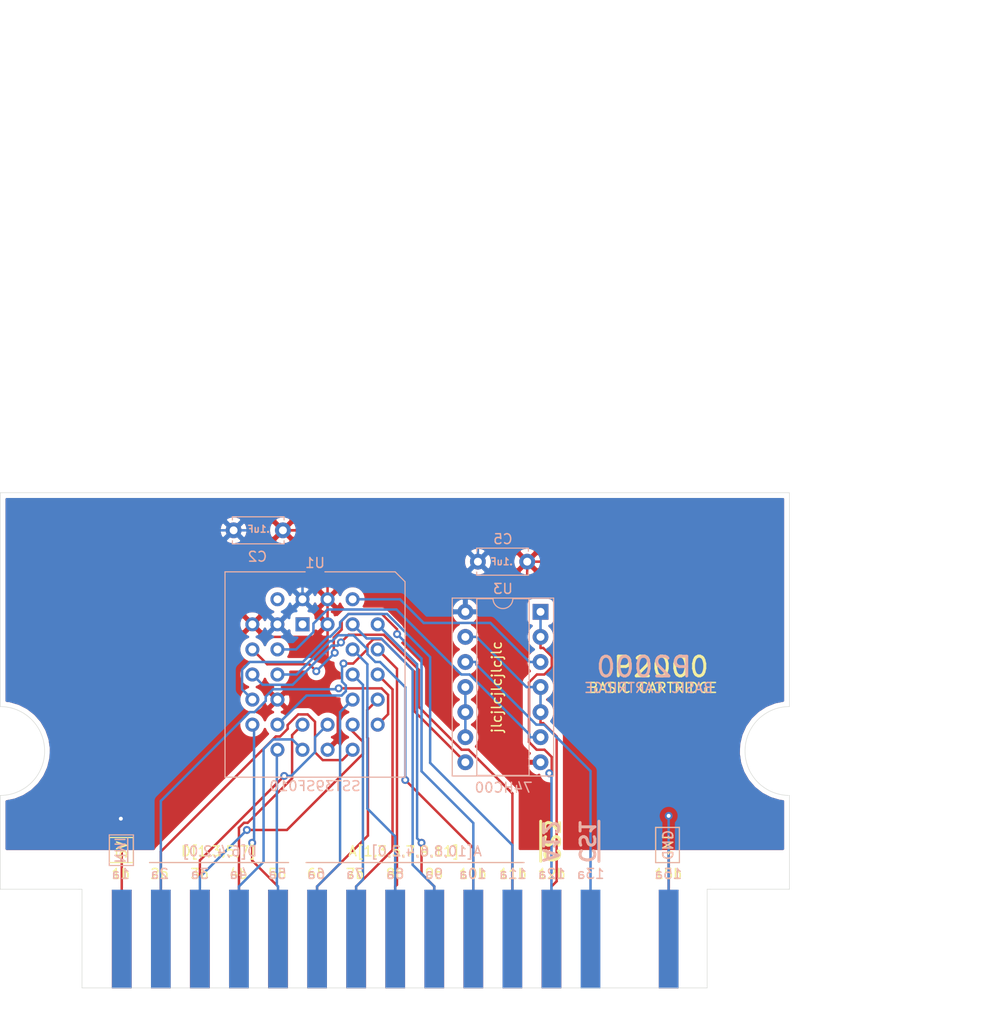
<source format=kicad_pcb>
(kicad_pcb (version 20211014) (generator pcbnew)
  (layers (0 "F.Cu" signal) (31 "B.Cu" signal) (34 "B.Paste" user) (35 "F.Paste" user) (36 "B.SilkS" user "B.Silkscreen") (37 "F.SilkS" user "F.Silkscreen") (38 "B.Mask" user) (39 "F.Mask" user) (44 "Edge.Cuts" user))
  (net 0 "")
  (net 1 "GND")
  (net 2 "+5V")
  (net 3 "D1")
  (net 4 "D3")
  (net 5 "D5")
  (net 6 "D7")
  (net 7 "A1")
  (net 8 "A3")
  (net 9 "A5")
  (net 10 "A7")
  (net 11 "A9")
  (net 12 "A11")
  (net 13 "A12")
  (net 14 "A10")
  (net 15 "A8")
  (net 16 "A6")
  (net 17 "A4")
  (net 18 "A2")
  (net 19 "A0")
  (net 20 "D6")
  (net 21 "D4")
  (net 22 "D2")
  (net 23 "D0")
  (net 24 "~{CARSEL1}")
  (net 25 "~{CARSEL2}")
  (net 26 "A12C")
  (net 27 "A13")
  (net 28 "~{CS}")
  (net 29 "~{NMI}")
  (net 30 "Net-(U3-Pad10)")
  (footprint "Package_DIP:DIP-14_W7.62mm_Socket" (layer "B.Cu") (at 97.917 106.045 180)
    (fp_text reference "U3" (at 3.81 2.33 180) (layer "B.SilkS") (effects (justify mirror)))
    (fp_text value "74HC00" (at 3.738 -17.808) (layer "B.SilkS") (effects (justify mirror)))
    (fp_line (start 1.16 1.33) (end 1.16 -16.57) (layer "B.SilkS") (width 0.12))
    (fp_line (start 1.16 -16.57) (end 6.46 -16.57) (layer "B.SilkS") (width 0.12))
    (fp_line (start -1.33 1.39) (end -1.33 -16.63) (layer "B.SilkS") (width 0.12))
    (fp_line (start -1.33 -16.63) (end 8.95 -16.63) (layer "B.SilkS") (width 0.12))
    (fp_line (start 8.95 -16.63) (end 8.95 1.39) (layer "B.SilkS") (width 0.12))
    (fp_line (start 6.46 1.33) (end 4.81 1.33) (layer "B.SilkS") (width 0.12))
    (fp_line (start 2.81 1.33) (end 1.16 1.33) (layer "B.SilkS") (width 0.12))
    (fp_line (start 6.46 -16.57) (end 6.46 1.33) (layer "B.SilkS") (width 0.12))
    (fp_line (start 8.95 1.39) (end -1.33 1.39) (layer "B.SilkS") (width 0.12))
    (fp_arc (start 2.81 1.33) (mid 3.81 0.33) (end 4.81 1.33) (layer "B.SilkS") (width 0.12))
    (pad "1" thru_hole rect locked (at 0 0 180) (size 1.6 1.6) (drill 0.8) (layers *.Cu *.Mask) (net 26 "A12C"))
    (pad "2" thru_hole oval locked (at 0 -2.54 180) (size 1.6 1.6) (drill 0.8) (layers *.Cu *.Mask) (net 26 "A12C"))
    (pad "3" thru_hole oval locked (at 0 -5.08 180) (size 1.6 1.6) (drill 0.8) (layers *.Cu *.Mask) (net 13 "A12"))
    (pad "4" thru_hole oval locked (at 0 -7.62 180) (size 1.6 1.6) (drill 0.8) (layers *.Cu *.Mask) (net 25 "~{CARSEL2}"))
    (pad "5" thru_hole oval locked (at 0 -10.16 180) (size 1.6 1.6) (drill 0.8) (layers *.Cu *.Mask) (net 25 "~{CARSEL2}"))
    (pad "6" thru_hole oval locked (at 0 -12.7 180) (size 1.6 1.6) (drill 0.8) (layers *.Cu *.Mask) (net 27 "A13"))
    (pad "7" thru_hole oval locked (at 0 -15.24 180) (size 1.6 1.6) (drill 0.8) (layers *.Cu *.Mask) (net 1 "GND"))
    (pad "8" thru_hole oval locked (at 7.62 -15.24 180) (size 1.6 1.6) (drill 0.8) (layers *.Cu *.Mask) (net 28 "~{CS}"))
    (pad "9" thru_hole oval locked (at 7.62 -12.7 180) (size 1.6 1.6) (drill 0.8) (layers *.Cu *.Mask) (net 30 "Net-(U3-Pad10)"))
    (pad "10" thru_hole oval locked (at 7.62 -10.16 180) (size 1.6 1.6) (drill 0.8) (layers *.Cu *.Mask) (net 30 "Net-(U3-Pad10)"))
    (pad "11" thru_hole oval locked (at 7.62 -7.62 180) (size 1.6 1.6) (drill 0.8) (layers *.Cu *.Mask) (net 30 "Net-(U3-Pad10)"))
    (pad "12" thru_hole oval locked (at 7.62 -5.08 180) (size 1.6 1.6) (drill 0.8) (layers *.Cu *.Mask) (net 24 "~{CARSEL1}"))
    (pad "13" thru_hole oval locked (at 7.62 -2.54 180) (size 1.6 1.6) (drill 0.8) (layers *.Cu *.Mask) (net 25 "~{CARSEL2}"))
    (pad "14" thru_hole oval locked (at 7.62 0 180) (size 1.6 1.6) (drill 0.8) (layers *.Cu *.Mask) (net 2 "+5V"))
  )
  (footprint "Capacitor_THT:C_Disc_D5.0mm_W2.5mm_P5.00mm" (layer "B.Cu") (at 91.567 100.965)
    (fp_text reference "C5" (at 2.54 -2.286 180) (layer "B.SilkS") (effects (justify mirror)))
    (fp_text value ".1uF" (at 2.413 0) (layer "B.SilkS") (effects (font (size 0.7 0.7)) (justify mirror)))
    (fp_line (start -0.12 1.37) (end 5.12 1.37) (layer "B.SilkS") (width 0.12))
    (fp_line (start 5.12 1.37) (end 5.12 1.055) (layer "B.SilkS") (width 0.12))
    (fp_line (start 5.12 -1.055) (end 5.12 -1.37) (layer "B.SilkS") (width 0.12))
    (fp_line (start -0.12 1.37) (end -0.12 1.055) (layer "B.SilkS") (width 0.12))
    (fp_line (start -0.12 -1.055) (end -0.12 -1.37) (layer "B.SilkS") (width 0.12))
    (fp_line (start -0.12 -1.37) (end 5.12 -1.37) (layer "B.SilkS") (width 0.12))
    (pad "1" thru_hole circle locked (at 0 0) (size 1.6 1.6) (drill 0.8) (layers *.Cu *.Mask) (net 2 "+5V"))
    (pad "2" thru_hole circle locked (at 5 0) (size 1.6 1.6) (drill 0.8) (layers *.Cu *.Mask) (net 1 "GND"))
  )
  (footprint "Capacitor_THT:C_Disc_D5.0mm_W2.5mm_P5.00mm" (layer "B.Cu") (at 66.802 97.79)
    (fp_text reference "C2" (at 2.413 2.667 180) (layer "B.SilkS") (effects (justify mirror)))
    (fp_text value ".1uF" (at 2.54 -0.127) (layer "B.SilkS") (effects (font (size 0.7 0.7)) (justify mirror)))
    (fp_line (start -0.12 -1.37) (end 5.12 -1.37) (layer "B.SilkS") (width 0.12))
    (fp_line (start -0.12 1.37) (end 5.12 1.37) (layer "B.SilkS") (width 0.12))
    (fp_line (start 5.12 1.37) (end 5.12 1.055) (layer "B.SilkS") (width 0.12))
    (fp_line (start 5.12 -1.055) (end 5.12 -1.37) (layer "B.SilkS") (width 0.12))
    (fp_line (start -0.12 -1.055) (end -0.12 -1.37) (layer "B.SilkS") (width 0.12))
    (fp_line (start -0.12 1.37) (end -0.12 1.055) (layer "B.SilkS") (width 0.12))
    (pad "1" thru_hole circle locked (at 0 0) (size 1.6 1.6) (drill 0.8) (layers *.Cu *.Mask) (net 2 "+5V"))
    (pad "2" thru_hole circle locked (at 5 0) (size 1.6 1.6) (drill 0.8) (layers *.Cu *.Mask) (net 1 "GND"))
  )
  (footprint "p2000t_cartridge:p2000t_cartridge_edge" (layer "B.Cu") (at 83.185 139.192)
    (fp_text reference "J1")
    (fp_text value "P2000T_cartridge_edge")
    (pad "1a" smd rect locked (at -27.72 0) (size 2 10) (layers "B.Cu" "B.Paste" "B.Mask") (net 29 "~{NMI}"))
    (pad "1b" smd rect locked (at -27.72 0) (size 2 10) (layers "F.Cu" "F.Paste" "F.Mask") (net 2 "+5V"))
    (pad "2a" smd rect locked (at -23.76 0) (size 2 10) (layers "B.Cu" "B.Paste" "B.Mask") (net 23 "D0"))
    (pad "2b" smd rect locked (at -23.76 0) (size 2 10) (layers "F.Cu" "F.Paste" "F.Mask") (net 3 "D1"))
    (pad "3a" smd rect locked (at -19.8 0) (size 2 10) (layers "B.Cu" "B.Paste" "B.Mask") (net 22 "D2"))
    (pad "3b" smd rect locked (at -19.8 0) (size 2 10) (layers "F.Cu" "F.Paste" "F.Mask") (net 4 "D3"))
    (pad "4a" smd rect locked (at -15.84 0) (size 2 10) (layers "B.Cu" "B.Paste" "B.Mask") (net 21 "D4"))
    (pad "4b" smd rect locked (at -15.84 0) (size 2 10) (layers "F.Cu" "F.Paste" "F.Mask") (net 5 "D5"))
    (pad "5a" smd rect locked (at -11.88 0) (size 2 10) (layers "B.Cu" "B.Paste" "B.Mask") (net 20 "D6"))
    (pad "5b" smd rect locked (at -11.88 0) (size 2 10) (layers "F.Cu" "F.Paste" "F.Mask") (net 6 "D7"))
    (pad "6a" smd rect locked (at -7.92 0) (size 2 10) (layers "B.Cu" "B.Paste" "B.Mask") (net 19 "A0"))
    (pad "6b" smd rect locked (at -7.92 0) (size 2 10) (layers "F.Cu" "F.Paste" "F.Mask") (net 7 "A1"))
    (pad "7a" smd rect locked (at -3.96 0) (size 2 10) (layers "B.Cu" "B.Paste" "B.Mask") (net 18 "A2"))
    (pad "7b" smd rect locked (at -3.96 0) (size 2 10) (layers "F.Cu" "F.Paste" "F.Mask") (net 8 "A3"))
    (pad "8a" smd rect locked (at 0 0) (size 2 10) (layers "B.Cu" "B.Paste" "B.Mask") (net 17 "A4"))
    (pad "8b" smd rect locked (at 0 0) (size 2 10) (layers "F.Cu" "F.Paste" "F.Mask") (net 9 "A5"))
    (pad "9a" smd rect locked (at 3.96 0) (size 2 10) (layers "B.Cu" "B.Paste" "B.Mask") (net 16 "A6"))
    (pad "9b" smd rect locked (at 3.96 0) (size 2 10) (layers "F.Cu" "F.Paste" "F.Mask") (net 10 "A7"))
    (pad "10a" smd rect locked (at 7.92 0) (size 2 10) (layers "B.Cu" "B.Paste" "B.Mask") (net 15 "A8"))
    (pad "10b" smd rect locked (at 7.92 0) (size 2 10) (layers "F.Cu" "F.Paste" "F.Mask") (net 11 "A9"))
    (pad "11a" smd rect locked (at 11.88 0) (size 2 10) (layers "B.Cu" "B.Paste" "B.Mask") (net 14 "A10"))
    (pad "11b" smd rect locked (at 11.88 0) (size 2 10) (layers "F.Cu" "F.Paste" "F.Mask") (net 12 "A11"))
    (pad "12a" smd rect locked (at 15.84 0) (size 2 10) (layers "B.Cu" "B.Paste" "B.Mask") (net 26 "A12C"))
    (pad "12b" smd rect locked (at 15.84 0) (size 2 10) (layers "F.Cu" "F.Paste" "F.Mask") (net 25 "~{CARSEL2}"))
    (pad "13a" smd rect locked (at 19.8 0) (size 2 10) (layers "B.Cu" "B.Paste" "B.Mask") (net 24 "~{CARSEL1}"))
    (pad "15a" smd rect locked (at 27.72 0) (size 2 10) (layers "B.Cu" "B.Paste" "B.Mask") (net 1 "GND"))
    (pad "15b" smd rect locked (at 27.72 0) (size 2 10) (layers "F.Cu" "F.Paste" "F.Mask") (net 1 "GND"))
  )
  (footprint "Package_LCC:PLCC-32_THT-Socket" (layer "B.Cu") (at 73.787 107.315 180)
    (fp_text reference "U1" (at -1.27 6.22) (layer "B.SilkS") (effects (justify mirror)))
    (fp_text value "SST39SF010" (at -1.27 -16.38) (layer "B.SilkS") (effects (justify mirror)))
    (fp_line (start -2.27 5.32) (end -9.395 5.32) (layer "B.SilkS") (width 0.12))
    (fp_line (start -10.395 -15.48) (end 7.855 -15.48) (layer "B.SilkS") (width 0.12))
    (fp_line (start 7.855 -15.48) (end 7.855 5.32) (layer "B.SilkS") (width 0.12))
    (fp_line (start -10.395 4.32) (end -10.395 -15.48) (layer "B.SilkS") (width 0.12))
    (fp_line (start 7.855 5.32) (end -0.27 5.32) (layer "B.SilkS") (width 0.12))
    (fp_line (start -9.395 5.32) (end -10.395 4.32) (layer "B.SilkS") (width 0.12))
    (pad "1" thru_hole rect locked (at 0 0 180) (size 1.4224 1.4224) (drill 0.8) (layers *.Cu *.Mask))
    (pad "2" thru_hole circle locked (at -2.54 2.54 180) (size 1.4224 1.4224) (drill 0.8) (layers *.Cu *.Mask) (net 1 "GND"))
    (pad "3" thru_hole circle locked (at -2.54 0 180) (size 1.4224 1.4224) (drill 0.8) (layers *.Cu *.Mask) (net 1 "GND"))
    (pad "4" thru_hole circle locked (at -5.08 2.54 180) (size 1.4224 1.4224) (drill 0.8) (layers *.Cu *.Mask) (net 13 "A12"))
    (pad "5" thru_hole circle locked (at -7.62 0 180) (size 1.4224 1.4224) (drill 0.8) (layers *.Cu *.Mask) (net 10 "A7"))
    (pad "6" thru_hole circle locked (at -5.08 0 180) (size 1.4224 1.4224) (drill 0.8) (layers *.Cu *.Mask) (net 16 "A6"))
    (pad "7" thru_hole circle locked (at -7.62 -2.54 180) (size 1.4224 1.4224) (drill 0.8) (layers *.Cu *.Mask) (net 9 "A5"))
    (pad "8" thru_hole circle locked (at -5.08 -2.54 180) (size 1.4224 1.4224) (drill 0.8) (layers *.Cu *.Mask) (net 17 "A4"))
    (pad "9" thru_hole circle locked (at -7.62 -5.08 180) (size 1.4224 1.4224) (drill 0.8) (layers *.Cu *.Mask) (net 8 "A3"))
    (pad "10" thru_hole circle locked (at -5.08 -5.08 180) (size 1.4224 1.4224) (drill 0.8) (layers *.Cu *.Mask) (net 18 "A2"))
    (pad "11" thru_hole circle locked (at -7.62 -7.62 180) (size 1.4224 1.4224) (drill 0.8) (layers *.Cu *.Mask) (net 7 "A1"))
    (pad "12" thru_hole circle locked (at -5.08 -7.62 180) (size 1.4224 1.4224) (drill 0.8) (layers *.Cu *.Mask) (net 19 "A0"))
    (pad "13" thru_hole circle locked (at -7.62 -10.16 180) (size 1.4224 1.4224) (drill 0.8) (layers *.Cu *.Mask) (net 23 "D0"))
    (pad "14" thru_hole circle locked (at -5.08 -12.7 180) (size 1.4224 1.4224) (drill 0.8) (layers *.Cu *.Mask) (net 3 "D1"))
    (pad "15" thru_hole circle locked (at -5.08 -10.16 180) (size 1.4224 1.4224) (drill 0.8) (layers *.Cu *.Mask) (net 22 "D2"))
    (pad "16" thru_hole circle locked (at -2.54 -12.7 180) (size 1.4224 1.4224) (drill 0.8) (layers *.Cu *.Mask) (net 1 "GND"))
    (pad "17" thru_hole circle locked (at -2.54 -10.16 180) (size 1.4224 1.4224) (drill 0.8) (layers *.Cu *.Mask) (net 4 "D3"))
    (pad "18" thru_hole circle locked (at 0 -12.7 180) (size 1.4224 1.4224) (drill 0.8) (layers *.Cu *.Mask) (net 21 "D4"))
    (pad "19" thru_hole circle locked (at 0 -10.16 180) (size 1.4224 1.4224) (drill 0.8) (layers *.Cu *.Mask) (net 5 "D5"))
    (pad "20" thru_hole circle locked (at 2.54 -12.7 180) (size 1.4224 1.4224) (drill 0.8) (layers *.Cu *.Mask) (net 20 "D6"))
    (pad "21" thru_hole circle locked (at 5.08 -10.16 180) (size 1.4224 1.4224) (drill 0.8) (layers *.Cu *.Mask) (net 6 "D7"))
    (pad "22" thru_hole circle locked (at 2.54 -10.16 180) (size 1.4224 1.4224) (drill 0.8) (layers *.Cu *.Mask) (net 28 "~{CS}"))
    (pad "23" thru_hole circle locked (at 5.08 -7.62 180) (size 1.4224 1.4224) (drill 0.8) (layers *.Cu *.Mask) (net 14 "A10"))
    (pad "24" thru_hole circle locked (at 2.54 -7.62 180) (size 1.4224 1.4224) (drill 0.8) (layers *.Cu *.Mask) (net 1 "GND"))
    (pad "25" thru_hole circle locked (at 5.08 -5.08 180) (size 1.4224 1.4224) (drill 0.8) (layers *.Cu *.Mask) (net 12 "A11"))
    (pad "26" thru_hole circle locked (at 2.54 -5.08 180) (size 1.4224 1.4224) (drill 0.8) (layers *.Cu *.Mask) (net 11 "A9"))
    (pad "27" thru_hole circle locked (at 5.08 -2.54 180) (size 1.4224 1.4224) (drill 0.8) (layers *.Cu *.Mask) (net 15 "A8"))
    (pad "28" thru_hole circle locked (at 2.54 -2.54 180) (size 1.4224 1.4224) (drill 0.8) (layers *.Cu *.Mask) (net 27 "A13"))
    (pad "29" thru_hole circle locked (at 5.08 0 180) (size 1.4224 1.4224) (drill 0.8) (layers *.Cu *.Mask) (net 1 "GND"))
    (pad "30" thru_hole circle locked (at 2.54 2.54 180) (size 1.4224 1.4224) (drill 0.8) (layers *.Cu *.Mask))
    (pad "31" thru_hole circle locked (at 2.54 0 180) (size 1.4224 1.4224) (drill 0.8) (layers *.Cu *.Mask) (net 2 "+5V"))
    (pad "32" thru_hole circle locked (at 0 2.54 180) (size 1.4224 1.4224) (drill 0.8) (layers *.Cu *.Mask) (net 2 "+5V"))
  )
  (gr_line (start 96.251 131.445) (end 74.153 131.445) (layer "B.SilkS") (width 0.12))
  (gr_line (start 72.375 131.445) (end 58.278 131.445) (layer "B.SilkS") (width 0.12))
  (gr_line (start 54.197 131.745) (end 54.197 128.645) (layer "B.SilkS") (width 0.12))
  (gr_line (start 111.999 131.451) (end 109.586 131.451) (layer "B.SilkS") (width 0.12))
  (gr_line (start 111.999 127.895) (end 111.999 131.451) (layer "B.SilkS") (width 0.12))
  (gr_line (start 109.586 127.895) (end 111.999 127.895) (layer "B.SilkS") (width 0.12))
  (gr_line (start 109.586 131.451) (end 109.586 127.895) (layer "B.SilkS") (width 0.12))
  (gr_line (start 56.647 131.745) (end 54.197 131.745) (layer "B.SilkS") (width 0.12))
  (gr_line (start 54.197 128.645) (end 56.647 128.645) (layer "B.SilkS") (width 0.12))
  (gr_line (start 56.647 128.645) (end 56.647 131.745) (layer "B.SilkS") (width 0.12))
  (gr_line (start 54.214 128.905) (end 54.214 131.445) (layer "F.SilkS") (width 0.12))
  (gr_line (start 109.586 131.445) (end 111.999 131.445) (layer "F.SilkS") (width 0.12))
  (gr_line (start 109.586 127.889) (end 109.586 131.445) (layer "F.SilkS") (width 0.12))
  (gr_line (start 111.999 127.889) (end 109.586 127.889) (layer "F.SilkS") (width 0.12))
  (gr_line (start 111.999 131.445) (end 111.999 127.889) (layer "F.SilkS") (width 0.12))
  (gr_line (start 56.627 128.905) (end 54.214 128.905) (layer "F.SilkS") (width 0.12))
  (gr_line (start 58.278 131.445) (end 72.375 131.445) (layer "F.SilkS") (width 0.12))
  (gr_line (start 74.153 131.445) (end 96.251 131.445) (layer "F.SilkS") (width 0.12))
  (gr_line (start 54.214 131.445) (end 56.627 131.445) (layer "F.SilkS") (width 0.12))
  (gr_line (start 56.627 131.445) (end 56.627 128.905) (layer "F.SilkS") (width 0.12))
  (gr_line (start 43.147 109.145) (end 43.147 113.645) (layer "Edge.Cuts") (width 0.05))
  (gr_arc (start 43.147 115.645) (mid 47.647 120.145) (end 43.147 124.645) (layer "Edge.Cuts") (width 0.05))
  (gr_line (start 43.147 114.145) (end 43.147 113.645) (layer "Edge.Cuts") (width 0.05))
  (gr_line (start 43.147 127.145) (end 43.147 124.645) (layer "Edge.Cuts") (width 0.05))
  (gr_line (start 43.147 115.645) (end 43.147 114.145) (layer "Edge.Cuts") (width 0.05))
  (gr_arc (start 123.147 124.645) (mid 118.647 120.145) (end 123.147 115.645) (layer "Edge.Cuts") (width 0.05))
  (gr_line (start 123.147 127.145) (end 123.147 124.645) (layer "Edge.Cuts") (width 0.05))
  (gr_line (start 123.147 134.145) (end 123.147 127.145) (layer "Edge.Cuts") (width 0.05))
  (gr_line (start 43.147 134.145) (end 43.147 127.145) (layer "Edge.Cuts") (width 0.05))
  (gr_line (start 123.147 115.645) (end 123.147 110.045) (layer "Edge.Cuts") (width 0.05))
  (gr_line (start 114.808 134.145) (end 115.147 134.145) (layer "Edge.Cuts") (width 0.05))
  (gr_line (start 114.808 144.145) (end 51.435 144.145) (layer "Edge.Cuts") (width 0.05))
  (gr_line (start 51.147 134.145) (end 51.435 134.145) (layer "Edge.Cuts") (width 0.05))
  (gr_line (start 123.147 93.98) (end 43.147 93.98) (layer "Edge.Cuts") (width 0.05))
  (gr_line (start 43.147 109.145) (end 43.147 93.98) (layer "Edge.Cuts") (width 0.05))
  (gr_line (start 51.435 144.145) (end 51.435 134.145) (layer "Edge.Cuts") (width 0.05))
  (gr_line (start 123.147 110.045) (end 123.147 100.457) (layer "Edge.Cuts") (width 0.05))
  (gr_line (start 51.147 134.145) (end 43.147 134.145) (layer "Edge.Cuts") (width 0.05))
  (gr_line (start 115.147 134.145) (end 123.147 134.145) (layer "Edge.Cuts") (width 0.05))
  (gr_line (start 123.147 100.457) (end 123.147 93.98) (layer "Edge.Cuts") (width 0.05))
  (gr_line (start 114.808 144.145) (end 114.808 134.145) (layer "Edge.Cuts") (width 0.05))
  (gr_text "15a" (at 110.856 132.588) (layer "B.SilkS") (effects (font (size 1 1)) (justify mirror)))
  (gr_text "~{CS1}" (at 102.601 129.286 -90) (layer "B.SilkS") (effects (font (size 1.5 1.5) (thickness 0.3)) (justify mirror)))
  (gr_text "A12" (at 98.918 129.286 -90) (layer "B.SilkS") (effects (font (size 1.5 1.5) (thickness 0.3)) (justify mirror)))
  (gr_text "A[10,8,6,4,2,0]" (at 86.345 130.302) (layer "B.SilkS") (effects (font (size 1 1)) (justify mirror)))
  (gr_text "D[6,4,2,0]" (at 65.39 130.302) (layer "B.SilkS") (effects (font (size 1 1)) (justify mirror)))
  (gr_text "1a" (at 55.344 132.588) (layer "B.SilkS") (effects (font (size 1 1)) (justify mirror)))
  (gr_text "~{NMI}" (at 55.247 130.195 270) (layer "B.SilkS") (effects (font (size 1 1)) (justify mirror)))
  (gr_text "GND" (at 110.856 129.673 90) (layer "B.SilkS") (effects (font (size 1 1)) (justify mirror)))
  (gr_text "P2000" (at 113.411 111.633) (layer "B.SilkS") (effects (font (size 2 2) (thickness 0.3)) (justify left mirror)))
  (gr_text "BASIC CARTRIDGE" (at 108.8682 113.749) (layer "B.SilkS") (effects (font (size 1 1)) (justify mirror)))
  (gr_text "3a" (at 63.358 132.588) (layer "B.SilkS") (effects (font (size 1 1)) (justify mirror)))
  (gr_text "8a" (at 83.17 132.588) (layer "B.SilkS") (effects (font (size 1 1)) (justify mirror)))
  (gr_text "4a" (at 67.295 132.588) (layer "B.SilkS") (effects (font (size 1 1)) (justify mirror)))
  (gr_text "9a" (at 87.107 132.588) (layer "B.SilkS") (effects (font (size 1 1)) (justify mirror)))
  (gr_text "7a" (at 79.106 132.588) (layer "B.SilkS") (effects (font (size 1 1)) (justify mirror)))
  (gr_text "5a" (at 71.232 132.588) (layer "B.SilkS") (effects (font (size 1 1)) (justify mirror)))
  (gr_text "10a" (at 91.044 132.588) (layer "B.SilkS") (effects (font (size 1 1)) (justify mirror)))
  (gr_text "12a" (at 99.045 132.588) (layer "B.SilkS") (effects (font (size 1 1)) (justify mirror)))
  (gr_text "11a" (at 95.108 132.588) (layer "B.SilkS") (effects (font (size 1 1)) (justify mirror)))
  (gr_text "2a" (at 59.294 132.588) (layer "B.SilkS") (effects (font (size 1 1)) (justify mirror)))
  (gr_text "6a" (at 75.169 132.588) (layer "B.SilkS") (effects (font (size 1 1)) (justify mirror)))
  (gr_text "13a" (at 102.982 132.588) (layer "B.SilkS") (effects (font (size 1 1)) (justify mirror)))
  (gr_text "9b" (at 87.107 132.588) (layer "F.SilkS") (effects (font (size 1 1))))
  (gr_text "6b" (at 75.169 132.588) (layer "F.SilkS") (effects (font (size 1 1))))
  (gr_text "8b" (at 83.17 132.588) (layer "F.SilkS") (effects (font (size 1 1))))
  (gr_text "4b" (at 67.295 132.588) (layer "F.SilkS") (effects (font (size 1 1))))
  (gr_text "1b" (at 55.357 132.588) (layer "F.SilkS") (effects (font (size 1 1))))
  (gr_text "2b" (at 59.294 132.588) (layer "F.SilkS") (effects (font (size 1 1))))
  (gr_text "5b" (at 71.232 132.588) (layer "F.SilkS") (effects (font (size 1 1))))
  (gr_text "7b" (at 79.106 132.588) (layer "F.SilkS") (effects (font (size 1 1))))
  (gr_text "11b" (at 95.108 132.588) (layer "F.SilkS") (effects (font (size 1 1))))
  (gr_text "12b" (at 99.045 132.588) (layer "F.SilkS") (effects (font (size 1 1))))
  (gr_text "15b" (at 110.856 132.588) (layer "F.SilkS") (effects (font (size 1 1))))
  (gr_text "3b" (at 63.358 132.588) (layer "F.SilkS") (effects (font (size 1 1))))
  (gr_text "10b" (at 91.044 132.588) (layer "F.SilkS") (effects (font (size 1 1))))
  (gr_text "GND" (at 110.856 129.667 90) (layer "F.SilkS") (effects (font (size 1 1))))
  (gr_text "BASIC CARTRIDGE" (at 109.3178 113.749) (layer "F.SilkS") (effects (font (size 1 1))))
  (gr_text "P2000" (at 105.1336 111.624) (layer "F.SilkS") (effects (font (size 2 2) (thickness 0.3)) (justify left)))
  (gr_text "D[1,3,5,7]" (at 65.263 130.302) (layer "F.SilkS") (effects (font (size 1 1))))
  (gr_text "jlcjlcjlcjlcjlc" (at 93.472 113.665 90) (layer "F.SilkS") (effects (font (size 1 1))))
  (gr_text "A[1,3,5,7,9,11]" (at 84.059 130.302) (layer "F.SilkS") (effects (font (size 1 1))))
  (gr_text "~{CS2}" (at 99.172 129.286 90) (layer "F.SilkS") (effects (font (size 1.5 1.5) (thickness 0.3))))
  (gr_text "5V" (at 55.484 130.175 90) (layer "F.SilkS") (effects (font (size 1 1))))
  (segment (start 76.327 104.775) (end 76.327 107.315) (width 0.25) (layer "F.Cu") (net 1))
  (segment (start 76.327 115.57) (end 77.3632 116.606) (width 0.25) (layer "F.Cu") (net 1))
  (segment (start 76.327 107.315) (end 76.327 108.585) (width 0.25) (layer "F.Cu") (net 1))
  (segment (start 110.905 106.333) (end 110.905 105.063) (width 0.25) (layer "F.Cu") (net 1))
  (segment (start 69.977 108.585) (end 68.707 107.315) (width 0.25) (layer "F.Cu") (net 1))
  (segment (start 61.722 95.25) (end 52.197 104.775) (width 0.25) (layer "F.Cu") (net 1))
  (segment (start 76.327 108.585) (end 69.977 108.585) (width 0.25) (layer "F.Cu") (net 1))
  (segment (start 73.152 97.79) (end 76.327 100.965) (width 0.25) (layer "F.Cu") (net 1))
  (segment (start 71.7939 114.3881) (end 71.247 114.935) (width 0.25) (layer "F.Cu") (net 1))
  (segment (start 77.3632 118.979) (end 76.327 120.015) (width 0.25) (layer "F.Cu") (net 1))
  (segment (start 106.807 100.965) (end 96.567 100.965) (width 0.25) (layer "F.Cu") (net 1))
  (segment (start 108.077 97.79) (end 110.905 100.618) (width 0.25) (layer "F.Cu") (net 1))
  (segment (start 96.567 100.965) (end 96.567 102.315) (width 0.25) (layer "F.Cu") (net 1))
  (segment (start 77.3632 116.606) (end 77.3632 118.979) (width 0.25) (layer "F.Cu") (net 1))
  (segment (start 71.802 97.79) (end 69.262 95.25) (width 0.25) (layer "F.Cu") (net 1))
  (segment (start 71.802 97.79) (end 73.152 97.79) (width 0.25) (layer "F.Cu") (net 1))
  (segment (start 76.327 100.965) (end 76.327 104.775) (width 0.25) (layer "F.Cu") (net 1))
  (segment (start 76.327 114.3881) (end 76.327 115.57) (width 0.25) (layer "F.Cu") (net 1))
  (segment (start 76.327 108.585) (end 76.327 114.3881) (width 0.25) (layer "F.Cu") (net 1))
  (segment (start 69.262 95.25) (end 61.722 95.25) (width 0.25) (layer "F.Cu") (net 1))
  (segment (start 94.742 104.14) (end 94.742 120.015) (width 0.25) (layer "F.Cu") (net 1))
  (segment (start 96.567 102.315) (end 94.742 104.14) (width 0.25) (layer "F.Cu") (net 1))
  (segment (start 52.197 104.775) (end 52.197 125.73) (width 0.25) (layer "F.Cu") (net 1))
  (segment (start 96.012 121.285) (end 97.917 121.285) (width 0.25) (layer "F.Cu") (net 1))
  (segment (start 94.742 120.015) (end 96.012 121.285) (width 0.25) (layer "F.Cu") (net 1))
  (segment (start 110.905 100.618) (end 110.905 105.063) (width 0.25) (layer "F.Cu") (net 1))
  (segment (start 71.802 97.79) (end 73.152 97.79) (width 0.25) (layer "F.Cu") (net 1))
  (segment (start 73.152 97.79) (end 108.077 97.79) (width 0.25) (layer "F.Cu") (net 1))
  (segment (start 110.905 126.712) (end 110.905 106.333) (width 0.25) (layer "F.Cu") (net 1))
  (segment (start 76.327 114.3881) (end 71.7939 114.3881) (width 0.25) (layer "F.Cu") (net 1))
  (segment (start 110.905 105.063) (end 110.905 106.333) (width 0.25) (layer "F.Cu") (net 1))
  (segment (start 110.905 139.192) (end 110.905 126.712) (width 0.25) (layer "F.Cu") (net 1))
  (segment (start 110.905 105.063) (end 106.807 100.965) (width 0.25) (layer "F.Cu") (net 1))
  (via (at 110.905 126.712) (size 0.8) (drill 0.4) (layers "F.Cu" "B.Cu") (net 1))
  (segment (start 110.905 139.192) (end 110.905 126.712) (width 0.25) (layer "B.Cu") (net 1))
  (segment (start 55.465 139.192) (end 55.465 127.093) (width 0.25) (layer "F.Cu") (net 2))
  (segment (start 55.465 127.093) (end 55.372 127) (width 0.25) (layer "F.Cu") (net 2))
  (via (at 55.372 127) (size 0.8) (drill 0.4) (layers "F.Cu" "B.Cu") (net 2))
  (segment (start 73.787 102.87) (end 73.787 104.775) (width 0.25) (layer "B.Cu") (net 2))
  (segment (start 64.897 95.25) (end 88.392 95.25) (width 0.25) (layer "B.Cu") (net 2))
  (segment (start 55.372 102.87) (end 56.007 102.87) (width 0.25) (layer "B.Cu") (net 2))
  (segment (start 91.567 98.425) (end 91.567 100.965) (width 0.25) (layer "B.Cu") (net 2))
  (segment (start 90.297 102.235) (end 91.567 100.965) (width 0.25) (layer "B.Cu") (net 2))
  (segment (start 62.357 97.79) (end 64.897 95.25) (width 0.25) (layer "B.Cu") (net 2))
  (segment (start 73.787 104.775) (end 71.247 107.315) (width 0.25) (layer "B.Cu") (net 2))
  (segment (start 115.697 102.87) (end 115.697 127.635) (width 0.25) (layer "B.Cu") (net 2))
  (segment (start 66.802 97.79) (end 68.707 97.79) (width 0.25) (layer "B.Cu") (net 2))
  (segment (start 90.297 106.045) (end 90.297 102.235) (width 0.25) (layer "B.Cu") (net 2))
  (segment (start 55.372 127) (end 55.372 102.87) (width 0.25) (layer "B.Cu") (net 2))
  (segment (start 56.007 102.87) (end 61.087 97.79) (width 0.25) (layer "B.Cu") (net 2))
  (segment (start 61.087 97.79) (end 62.357 97.79) (width 0.25) (layer "B.Cu") (net 2))
  (segment (start 108.077 95.25) (end 115.697 102.87) (width 0.25) (layer "B.Cu") (net 2))
  (segment (start 88.392 95.25) (end 108.077 95.25) (width 0.25) (layer "B.Cu") (net 2))
  (segment (start 88.392 95.25) (end 91.567 98.425) (width 0.25) (layer "B.Cu") (net 2))
  (segment (start 62.357 97.79) (end 66.802 97.79) (width 0.25) (layer "B.Cu") (net 2))
  (segment (start 68.707 97.79) (end 73.787 102.87) (width 0.25) (layer "B.Cu") (net 2))
  (segment (start 61.087 97.79) (end 62.357 97.79) (width 0.25) (layer "B.Cu") (net 2))
  (segment (start 59.425 130.3297) (end 71.0798 118.6749) (width 0.25) (layer "F.Cu") (net 3))
  (segment (start 73.3513 116.4384) (end 74.3108 116.4384) (width 0.25) (layer "F.Cu") (net 3))
  (segment (start 74.3108 116.4384) (end 75.057 117.1846) (width 0.25) (layer "F.Cu") (net 3))
  (segment (start 71.0798 118.6749) (end 71.5131 118.6749) (width 0.25) (layer "F.Cu") (net 3))
  (segment (start 77.8152 121.0668) (end 78.867 120.015) (width 0.25) (layer "F.Cu") (net 3))
  (segment (start 75.057 120.2818) (end 75.842 121.0668) (width 0.25) (layer "F.Cu") (net 3))
  (segment (start 59.425 139.192) (end 59.425 130.3297) (width 0.25) (layer "F.Cu") (net 3))
  (segment (start 71.5131 118.6749) (end 72.2836 117.9044) (width 0.25) (layer "F.Cu") (net 3))
  (segment (start 75.057 117.1846) (end 75.057 120.2818) (width 0.25) (layer "F.Cu") (net 3))
  (segment (start 75.842 121.0668) (end 77.8152 121.0668) (width 0.25) (layer "F.Cu") (net 3))
  (segment (start 72.2836 117.9044) (end 72.2836 117.5061) (width 0.25) (layer "F.Cu") (net 3))
  (segment (start 72.2836 117.5061) (end 73.3513 116.4384) (width 0.25) (layer "F.Cu") (net 3))
  (segment (start 63.385 131.2204) (end 71.9339 122.6715) (width 0.25) (layer "F.Cu") (net 4))
  (segment (start 63.385 139.192) (end 63.385 131.2204) (width 0.25) (layer "F.Cu") (net 4))
  (via (at 71.9339 122.6715) (size 0.8) (drill 0.4) (layers "F.Cu" "B.Cu") (net 4))
  (segment (start 75.057 118.745) (end 75.057 120.2527) (width 0.25) (layer "B.Cu") (net 4))
  (segment (start 75.057 120.2527) (end 72.6382 122.6715) (width 0.25) (layer "B.Cu") (net 4))
  (segment (start 72.6382 122.6715) (end 71.9339 122.6715) (width 0.25) (layer "B.Cu") (net 4))
  (segment (start 76.327 117.475) (end 75.057 118.745) (width 0.25) (layer "B.Cu") (net 4))
  (segment (start 72.734 122.9139) (end 68.2306 127.4173) (width 0.25) (layer "F.Cu") (net 5))
  (segment (start 73.787 117.475) (end 72.734 118.528) (width 0.25) (layer "F.Cu") (net 5))
  (segment (start 67.345 127.923) (end 67.345 139.192) (width 0.25) (layer "F.Cu") (net 5))
  (segment (start 68.2306 127.4173) (end 67.8507 127.4173) (width 0.25) (layer "F.Cu") (net 5))
  (segment (start 67.8507 127.4173) (end 67.345 127.923) (width 0.25) (layer "F.Cu") (net 5))
  (segment (start 72.734 118.528) (end 72.734 122.9139) (width 0.25) (layer "F.Cu") (net 5))
  (segment (start 71.305 133.8667) (end 68.6848 131.2465) (width 0.25) (layer "F.Cu") (net 6))
  (segment (start 68.6848 131.2465) (end 68.6848 129.439) (width 0.25) (layer "F.Cu") (net 6))
  (segment (start 71.305 139.192) (end 71.305 133.8667) (width 0.25) (layer "F.Cu") (net 6))
  (via (at 68.6848 129.439) (size 0.8) (drill 0.4) (layers "F.Cu" "B.Cu") (net 6))
  (segment (start 68.8764 129.2474) (end 68.8764 117.6444) (width 0.25) (layer "B.Cu") (net 6))
  (segment (start 68.6848 129.439) (end 68.8764 129.2474) (width 0.25) (layer "B.Cu") (net 6))
  (segment (start 68.8764 117.6444) (end 68.707 117.475) (width 0.25) (layer "B.Cu") (net 6))
  (segment (start 80.4184 118.848) (end 80.348 118.7776) (width 0.25) (layer "F.Cu") (net 7))
  (segment (start 80.348 115.994) (end 81.407 114.935) (width 0.25) (layer "F.Cu") (net 7))
  (segment (start 80.348 118.7776) (end 80.348 115.994) (width 0.25) (layer "F.Cu") (net 7))
  (segment (start 75.265 133.8667) (end 80.4184 128.7133) (width 0.25) (layer "F.Cu") (net 7))
  (segment (start 80.4184 128.7133) (end 80.4184 118.848) (width 0.25) (layer "F.Cu") (net 7))
  (segment (start 75.265 139.192) (end 75.265 133.8667) (width 0.25) (layer "F.Cu") (net 7))
  (segment (start 79.225 139.192) (end 79.225 133.8667) (width 0.25) (layer "F.Cu") (net 8))
  (segment (start 82.9143 130.1774) (end 82.9143 113.9023) (width 0.25) (layer "F.Cu") (net 8))
  (segment (start 82.9143 113.9023) (end 81.407 112.395) (width 0.25) (layer "F.Cu") (net 8))
  (segment (start 79.225 133.8667) (end 82.9143 130.1774) (width 0.25) (layer "F.Cu") (net 8))
  (segment (start 83.185 139.192) (end 83.185 133.8667) (width 0.25) (layer "F.Cu") (net 9))
  (segment (start 83.3646 111.8126) (end 83.3646 133.6871) (width 0.25) (layer "F.Cu") (net 9))
  (segment (start 81.407 109.855) (end 83.3646 111.8126) (width 0.25) (layer "F.Cu") (net 9))
  (segment (start 83.3646 133.6871) (end 83.185 133.8667) (width 0.25) (layer "F.Cu") (net 9))
  (segment (start 87.145 139.192) (end 87.145 133.8667) (width 0.25) (layer "F.Cu") (net 10))
  (segment (start 85.8544 132.5761) (end 85.8544 129.4385) (width 0.25) (layer "F.Cu") (net 10))
  (segment (start 87.145 133.8667) (end 85.8544 132.5761) (width 0.25) (layer "F.Cu") (net 10))
  (via (at 85.8544 129.4385) (size 0.8) (drill 0.4) (layers "F.Cu" "B.Cu") (net 10))
  (segment (start 85.4041 128.9882) (end 85.8544 129.4385) (width 0.25) (layer "B.Cu") (net 10))
  (segment (start 81.407 107.315) (end 81.407 107.3591) (width 0.25) (layer "B.Cu") (net 10))
  (segment (start 81.407 107.3591) (end 85.4041 111.3562) (width 0.25) (layer "B.Cu") (net 10))
  (segment (start 85.4041 111.3562) (end 85.4041 128.9882) (width 0.25) (layer "B.Cu") (net 10))
  (segment (start 91.105 139.192) (end 91.105 129.9809) (width 0.25) (layer "F.Cu") (net 11))
  (segment (start 91.105 129.9809) (end 84.2056 123.0815) (width 0.25) (layer "F.Cu") (net 11))
  (via (at 84.2056 123.0815) (size 0.8) (drill 0.4) (layers "F.Cu" "B.Cu") (net 11))
  (segment (start 81.6468 111.125) (end 84.2056 113.6838) (width 0.25) (layer "B.Cu") (net 11))
  (segment (start 78.9556 108.4196) (end 80.3705 109.8345) (width 0.25) (layer "B.Cu") (net 11))
  (segment (start 80.3705 109.8345) (end 80.3705 110.327) (width 0.25) (layer "B.Cu") (net 11))
  (segment (start 77.3851 108.4196) (end 78.9556 108.4196) (width 0.25) (layer "B.Cu") (net 11))
  (segment (start 80.3705 110.327) (end 81.1685 111.125) (width 0.25) (layer "B.Cu") (net 11))
  (segment (start 84.2056 113.6838) (end 84.2056 123.0815) (width 0.25) (layer "B.Cu") (net 11))
  (segment (start 71.247 112.395) (end 73.1913 112.395) (width 0.25) (layer "B.Cu") (net 11))
  (segment (start 76.7877 109.017) (end 77.3851 108.4196) (width 0.25) (layer "B.Cu") (net 11))
  (segment (start 76.5693 109.017) (end 76.7877 109.017) (width 0.25) (layer "B.Cu") (net 11))
  (segment (start 81.1685 111.125) (end 81.6468 111.125) (width 0.25) (layer "B.Cu") (net 11))
  (segment (start 73.1913 112.395) (end 76.5693 109.017) (width 0.25) (layer "B.Cu") (net 11))
  (segment (start 95.065 124.4467) (end 90.6333 120.015) (width 0.25) (layer "F.Cu") (net 12))
  (segment (start 85.5807 115.674) (end 85.5807 111.92) (width 0.25) (layer "F.Cu") (net 12))
  (segment (start 78.4623 108.3681) (end 77.6855 109.1449) (width 0.25) (layer "F.Cu") (net 12))
  (segment (start 90.6333 120.015) (end 89.9217 120.015) (width 0.25) (layer "F.Cu") (net 12))
  (segment (start 85.5807 111.92) (end 82.0288 108.3681) (width 0.25) (layer "F.Cu") (net 12))
  (segment (start 95.065 139.192) (end 95.065 124.4467) (width 0.25) (layer "F.Cu") (net 12))
  (segment (start 82.0288 108.3681) (end 78.4623 108.3681) (width 0.25) (layer "F.Cu") (net 12))
  (segment (start 89.9217 120.015) (end 85.5807 115.674) (width 0.25) (layer "F.Cu") (net 12))
  (via (at 77.6855 109.1449) (size 0.8) (drill 0.4) (layers "F.Cu" "B.Cu") (net 12))
  (segment (start 77.6855 109.1449) (end 77.3631 109.4673) (width 0.25) (layer "B.Cu") (net 12))
  (segment (start 69.7486 113.4366) (end 68.707 112.395) (width 0.25) (layer "B.Cu") (net 12))
  (segment (start 72.7866 113.4366) (end 69.7486 113.4366) (width 0.25) (layer "B.Cu") (net 12))
  (segment (start 77.3631 109.4673) (end 76.7559 109.4673) (width 0.25) (layer "B.Cu") (net 12))
  (segment (start 76.7559 109.4673) (end 72.7866 113.4366) (width 0.25) (layer "B.Cu") (net 12))
  (segment (start 78.867 104.775) (end 83.6715 104.775) (width 0.25) (layer "B.Cu") (net 13))
  (segment (start 83.6715 104.775) (end 86.0669 107.1704) (width 0.25) (layer "B.Cu") (net 13))
  (segment (start 92.8371 107.1704) (end 96.7917 111.125) (width 0.25) (layer "B.Cu") (net 13))
  (segment (start 86.0669 107.1704) (end 92.8371 107.1704) (width 0.25) (layer "B.Cu") (net 13))
  (segment (start 97.917 111.125) (end 96.7917 111.125) (width 0.25) (layer "B.Cu") (net 13))
  (segment (start 77.5971 107.5707) (end 76.6011 108.5667) (width 0.25) (layer "B.Cu") (net 14))
  (segment (start 76.6011 108.5667) (end 76.3827 108.5667) (width 0.25) (layer "B.Cu") (net 14))
  (segment (start 77.5971 107.109) (end 77.5971 107.5707) (width 0.25) (layer "B.Cu") (net 14))
  (segment (start 86.7274 121.3447) (end 86.7274 110.628) (width 0.25) (layer "B.Cu") (net 14))
  (segment (start 82.3659 106.2665) (end 78.4396 106.2665) (width 0.25) (layer "B.Cu") (net 14))
  (segment (start 95.065 139.192) (end 95.065 129.6823) (width 0.25) (layer "B.Cu") (net 14))
  (segment (start 78.4396 106.2665) (end 77.5971 107.109) (width 0.25) (layer "B.Cu") (net 14))
  (segment (start 68.4402 111.125) (end 67.6591 111.9061) (width 0.25) (layer "B.Cu") (net 14))
  (segment (start 76.3827 108.5667) (end 73.8244 111.125) (width 0.25) (layer "B.Cu") (net 14))
  (segment (start 73.8244 111.125) (end 68.4402 111.125) (width 0.25) (layer "B.Cu") (net 14))
  (segment (start 67.6591 111.9061) (end 67.6591 113.8871) (width 0.25) (layer "B.Cu") (net 14))
  (segment (start 67.6591 113.8871) (end 68.707 114.935) (width 0.25) (layer "B.Cu") (net 14))
  (segment (start 86.7274 110.628) (end 82.3659 106.2665) (width 0.25) (layer "B.Cu") (net 14))
  (segment (start 95.065 129.6823) (end 86.7274 121.3447) (width 0.25) (layer "B.Cu") (net 14))
  (segment (start 83.3756 108.302) (end 83.3756 107.8099) (width 0.25) (layer "F.Cu") (net 15))
  (segment (start 81.8219 106.2562) (end 78.4535 106.2562) (width 0.25) (layer "F.Cu") (net 15))
  (segment (start 76.9601 108.6448) (end 76.9601 110.0964) (width 0.25) (layer "F.Cu") (net 15))
  (segment (start 83.3756 107.8099) (end 81.8219 106.2562) (width 0.25) (layer "F.Cu") (net 15))
  (segment (start 78.4535 106.2562) (end 77.7563 106.9534) (width 0.25) (layer "F.Cu") (net 15))
  (segment (start 70.2104 111.3584) (end 68.707 109.855) (width 0.25) (layer "F.Cu") (net 15))
  (segment (start 75.1875 112.0671) (end 74.4788 111.3584) (width 0.25) (layer "F.Cu") (net 15))
  (segment (start 76.9601 110.0964) (end 77.0563 110.1926) (width 0.25) (layer "F.Cu") (net 15))
  (segment (start 77.7563 106.9534) (end 77.7563 107.8486) (width 0.25) (layer "F.Cu") (net 15))
  (segment (start 77.7563 107.8486) (end 76.9601 108.6448) (width 0.25) (layer "F.Cu") (net 15))
  (segment (start 74.4788 111.3584) (end 70.2104 111.3584) (width 0.25) (layer "F.Cu") (net 15))
  (via (at 75.1875 112.0671) (size 0.8) (drill 0.4) (layers "F.Cu" "B.Cu") (net 15))
  (via (at 77.0563 110.1926) (size 0.8) (drill 0.4) (layers "F.Cu" "B.Cu") (net 15))
  (via (at 83.3756 108.302) (size 0.8) (drill 0.4) (layers "F.Cu" "B.Cu") (net 15))
  (segment (start 91.105 139.192) (end 91.105 127.4429) (width 0.25) (layer "B.Cu") (net 15))
  (segment (start 85.8544 122.1923) (end 85.8544 110.7808) (width 0.25) (layer "B.Cu") (net 15))
  (segment (start 77.0563 110.1926) (end 77.0563 110.1983) (width 0.25) (layer "B.Cu") (net 15))
  (segment (start 77.0563 110.1983) (end 75.1875 112.0671) (width 0.25) (layer "B.Cu") (net 15))
  (segment (start 91.105 127.4429) (end 85.8544 122.1923) (width 0.25) (layer "B.Cu") (net 15))
  (segment (start 85.8544 110.7808) (end 83.3756 108.302) (width 0.25) (layer "B.Cu") (net 15))
  (segment (start 81.7622 108.7443) (end 80.2963 108.7443) (width 0.25) (layer "B.Cu") (net 16))
  (segment (start 80.2963 108.7443) (end 78.867 107.315) (width 0.25) (layer "B.Cu") (net 16))
  (segment (start 84.9537 131.6754) (end 84.9537 111.9358) (width 0.25) (layer "B.Cu") (net 16))
  (segment (start 84.9537 111.9358) (end 81.7622 108.7443) (width 0.25) (layer "B.Cu") (net 16))
  (segment (start 87.145 133.8667) (end 84.9537 131.6754) (width 0.25) (layer "B.Cu") (net 16))
  (segment (start 87.145 139.192) (end 87.145 133.8667) (width 0.25) (layer "B.Cu") (net 16))
  (segment (start 83.185 139.192) (end 83.185 128.7999) (width 0.25) (layer "B.Cu") (net 17))
  (segment (start 80.3622 111.3502) (end 78.867 109.855) (width 0.25) (layer "B.Cu") (net 17))
  (segment (start 83.185 128.7999) (end 80.3622 125.9771) (width 0.25) (layer "B.Cu") (net 17))
  (segment (start 80.3622 125.9771) (end 80.3622 111.3502) (width 0.25) (layer "B.Cu") (net 17))
  (segment (start 79.225 133.8667) (end 79.9118 133.1799) (width 0.25) (layer "B.Cu") (net 18))
  (segment (start 79.9118 113.4398) (end 78.867 112.395) (width 0.25) (layer "B.Cu") (net 18))
  (segment (start 79.9118 133.1799) (end 79.9118 113.4398) (width 0.25) (layer "B.Cu") (net 18))
  (segment (start 79.225 139.192) (end 79.225 133.8667) (width 0.25) (layer "B.Cu") (net 18))
  (segment (start 75.265 133.8667) (end 77.597 131.5347) (width 0.25) (layer "B.Cu") (net 19))
  (segment (start 77.597 116.205) (end 78.867 114.935) (width 0.25) (layer "B.Cu") (net 19))
  (segment (start 75.265 139.192) (end 75.265 133.8667) (width 0.25) (layer "B.Cu") (net 19))
  (segment (start 77.597 131.5347) (end 77.597 116.205) (width 0.25) (layer "B.Cu") (net 19))
  (segment (start 71.247 120.015) (end 71.1857 120.0763) (width 0.25) (layer "B.Cu") (net 20))
  (segment (start 71.1857 133.7474) (end 71.305 133.8667) (width 0.25) (layer "B.Cu") (net 20))
  (segment (start 71.1857 120.0763) (end 71.1857 133.7474) (width 0.25) (layer "B.Cu") (net 20))
  (segment (start 71.305 139.192) (end 71.305 133.8667) (width 0.25) (layer "B.Cu") (net 20))
  (segment (start 67.345 139.192) (end 67.345 133.8667) (width 0.25) (layer "B.Cu") (net 21))
  (segment (start 69.8427 119.9453) (end 70.8179 118.9701) (width 0.25) (layer "B.Cu") (net 21))
  (segment (start 70.8179 118.9701) (end 72.7421 118.9701) (width 0.25) (layer "B.Cu") (net 21))
  (segment (start 69.8427 131.369) (end 69.8427 119.9453) (width 0.25) (layer "B.Cu") (net 21))
  (segment (start 72.7421 118.9701) (end 73.787 120.015) (width 0.25) (layer "B.Cu") (net 21))
  (segment (start 67.345 133.8667) (end 69.8427 131.369) (width 0.25) (layer "B.Cu") (net 21))
  (segment (start 72.2088 128.1426) (end 79.9119 120.4395) (width 0.25) (layer "F.Cu") (net 22))
  (segment (start 68.1511 128.1426) (end 72.2088 128.1426) (width 0.25) (layer "F.Cu") (net 22))
  (segment (start 78.867 118.1588) (end 78.867 117.475) (width 0.25) (layer "F.Cu") (net 22))
  (segment (start 79.9119 120.4395) (end 79.9119 119.2037) (width 0.25) (layer "F.Cu") (net 22))
  (segment (start 79.9119 119.2037) (end 78.867 118.1588) (width 0.25) (layer "F.Cu") (net 22))
  (via (at 68.1511 128.1426) (size 0.8) (drill 0.4) (layers "F.Cu" "B.Cu") (net 22))
  (segment (start 63.385 139.192) (end 63.385 132.9087) (width 0.25) (layer "B.Cu") (net 22))
  (segment (start 63.385 132.9087) (end 68.1511 128.1426) (width 0.25) (layer "B.Cu") (net 22))
  (segment (start 81.8086 113.7986) (end 82.4639 114.4539) (width 0.25) (layer "F.Cu") (net 23))
  (segment (start 82.4639 116.4181) (end 81.407 117.475) (width 0.25) (layer "F.Cu") (net 23))
  (segment (start 77.4536 113.7986) (end 81.8086 113.7986) (width 0.25) (layer "F.Cu") (net 23))
  (segment (start 82.4639 114.4539) (end 82.4639 116.4181) (width 0.25) (layer "F.Cu") (net 23))
  (via (at 77.4536 113.7986) (size 0.8) (drill 0.4) (layers "F.Cu" "B.Cu") (net 23))
  (segment (start 70.8029 113.8872) (end 77.365 113.8872) (width 0.25) (layer "B.Cu") (net 23))
  (segment (start 59.425 139.192) (end 59.425 125.2103) (width 0.25) (layer "B.Cu") (net 23))
  (segment (start 68.9229 116.205) (end 70.0622 115.0657) (width 0.25) (layer "B.Cu") (net 23))
  (segment (start 77.365 113.8872) (end 77.4536 113.7986) (width 0.25) (layer "B.Cu") (net 23))
  (segment (start 70.0622 115.0657) (end 70.0622 114.6279) (width 0.25) (layer "B.Cu") (net 23))
  (segment (start 70.0622 114.6279) (end 70.8029 113.8872) (width 0.25) (layer "B.Cu") (net 23))
  (segment (start 59.425 125.2103) (end 68.4303 116.205) (width 0.25) (layer "B.Cu") (net 23))
  (segment (start 68.4303 116.205) (end 68.9229 116.205) (width 0.25) (layer "B.Cu") (net 23))
  (segment (start 102.985 122.1833) (end 102.985 139.192) (width 0.25) (layer "B.Cu") (net 24))
  (segment (start 98.2767 117.475) (end 102.985 122.1833) (width 0.25) (layer "B.Cu") (net 24))
  (segment (start 91.4223 111.4063) (end 97.491 117.475) (width 0.25) (layer "B.Cu") (net 24))
  (segment (start 90.297 111.125) (end 91.4223 111.125) (width 0.25) (layer "B.Cu") (net 24))
  (segment (start 97.491 117.475) (end 98.2767 117.475) (width 0.25) (layer "B.Cu") (net 24))
  (segment (start 91.4223 111.125) (end 91.4223 111.4063) (width 0.25) (layer "B.Cu") (net 24))
  (segment (start 97.917 116.205) (end 97.917 117.3303) (width 0.25) (layer "F.Cu") (net 25))
  (segment (start 97.917 117.3303) (end 98.1983 117.3303) (width 0.25) (layer "F.Cu") (net 25))
  (segment (start 99.5513 118.6833) (end 99.5513 133.3404) (width 0.25) (layer "F.Cu") (net 25))
  (segment (start 99.5513 133.3404) (end 99.025 133.8667) (width 0.25) (layer "F.Cu") (net 25))
  (segment (start 98.1983 117.3303) (end 99.5513 118.6833) (width 0.25) (layer "F.Cu") (net 25))
  (segment (start 99.025 139.192) (end 99.025 133.8667) (width 0.25) (layer "F.Cu") (net 25))
  (segment (start 90.297 108.585) (end 91.4223 108.585) (width 0.25) (layer "B.Cu") (net 25))
  (segment (start 97.917 113.665) (end 96.5023 113.665) (width 0.25) (layer "B.Cu") (net 25))
  (segment (start 96.5023 113.665) (end 91.4223 108.585) (width 0.25) (layer "B.Cu") (net 25))
  (segment (start 97.917 113.665) (end 97.917 116.205) (width 0.25) (layer "B.Cu") (net 25))
  (segment (start 97.5234 120.015) (end 98.3153 120.015) (width 0.25) (layer "F.Cu") (net 26))
  (segment (start 99.0507 120.7504) (end 99.0507 122.1481) (width 0.25) (layer "F.Cu") (net 26))
  (segment (start 96.7512 113.1892) (end 96.7512 119.2428) (width 0.25) (layer "F.Cu") (net 26))
  (segment (start 97.917 108.585) (end 97.917 109.7103) (width 0.25) (layer "F.Cu") (net 26))
  (segment (start 98.3153 120.015) (end 99.0507 120.7504) (width 0.25) (layer "F.Cu") (net 26))
  (segment (start 96.7512 119.2428) (end 97.5234 120.015) (width 0.25) (layer "F.Cu") (net 26))
  (segment (start 97.917 109.7103) (end 98.1983 109.7103) (width 0.25) (layer "F.Cu") (net 26))
  (segment (start 98.2994 112.395) (end 97.5454 112.395) (width 0.25) (layer "F.Cu") (net 26))
  (segment (start 97.5454 112.395) (end 96.7512 113.1892) (width 0.25) (layer "F.Cu") (net 26))
  (segment (start 99.0563 110.5683) (end 99.0563 111.6381) (width 0.25) (layer "F.Cu") (net 26))
  (segment (start 99.0507 122.1481) (end 98.8014 122.3974) (width 0.25) (layer "F.Cu") (net 26))
  (segment (start 99.0563 111.6381) (end 98.2994 112.395) (width 0.25) (layer "F.Cu") (net 26))
  (segment (start 98.1983 109.7103) (end 99.0563 110.5683) (width 0.25) (layer "F.Cu") (net 26))
  (via (at 98.8014 122.3974) (size 0.8) (drill 0.4) (layers "F.Cu" "B.Cu") (net 26))
  (segment (start 97.917 106.045) (end 97.917 108.585) (width 0.25) (layer "B.Cu") (net 26))
  (segment (start 99.025 122.621) (end 98.8014 122.3974) (width 0.25) (layer "B.Cu") (net 26))
  (segment (start 99.025 139.192) (end 99.025 122.621) (width 0.25) (layer "B.Cu") (net 26))
  (segment (start 96.7917 118.745) (end 96.7917 118.4637) (width 0.25) (layer "B.Cu") (net 27))
  (segment (start 73.1331 109.855) (end 71.247 109.855) (width 0.25) (layer "B.Cu") (net 27))
  (segment (start 97.917 118.745) (end 96.7917 118.745) (width 0.25) (layer "B.Cu") (net 27))
  (segment (start 89.8931 112.395) (end 83.3097 105.8116) (width 0.25) (layer "B.Cu") (net 27))
  (segment (start 83.3097 105.8116) (end 76.3235 105.8116) (width 0.25) (layer "B.Cu") (net 27))
  (segment (start 74.8977 108.0904) (end 73.1331 109.855) (width 0.25) (layer "B.Cu") (net 27))
  (segment (start 96.7917 118.4637) (end 90.723 112.395) (width 0.25) (layer "B.Cu") (net 27))
  (segment (start 90.723 112.395) (end 89.8931 112.395) (width 0.25) (layer "B.Cu") (net 27))
  (segment (start 76.3235 105.8116) (end 74.8977 107.2374) (width 0.25) (layer "B.Cu") (net 27))
  (segment (start 74.8977 107.2374) (end 74.8977 108.0904) (width 0.25) (layer "B.Cu") (net 27))
  (segment (start 81.8394 108.8185) (end 80.9745 108.8185) (width 0.25) (layer "F.Cu") (net 28))
  (segment (start 80.9745 108.8185) (end 80.3704 109.4226) (width 0.25) (layer "F.Cu") (net 28))
  (segment (start 85.1303 116.1183) (end 85.1303 112.1094) (width 0.25) (layer "F.Cu") (net 28))
  (segment (start 90.297 121.285) (end 85.1303 116.1183) (width 0.25) (layer "F.Cu") (net 28))
  (segment (start 80.3704 109.8363) (end 78.9255 111.2812) (width 0.25) (layer "F.Cu") (net 28))
  (segment (start 80.3704 109.4226) (end 80.3704 109.8363) (width 0.25) (layer "F.Cu") (net 28))
  (segment (start 85.1303 112.1094) (end 81.8394 108.8185) (width 0.25) (layer "F.Cu") (net 28))
  (segment (start 78.9255 111.2812) (end 77.9436 111.2812) (width 0.25) (layer "F.Cu") (net 28))
  (via (at 77.9436 111.2812) (size 0.8) (drill 0.4) (layers "F.Cu" "B.Cu") (net 28))
  (segment (start 74.1981 114.5239) (end 77.7541 114.5239) (width 0.25) (layer "B.Cu") (net 28))
  (segment (start 71.247 117.475) (end 74.1981 114.5239) (width 0.25) (layer "B.Cu") (net 28))
  (segment (start 77.7541 114.5239) (end 78.1789 114.0991) (width 0.25) (layer "B.Cu") (net 28))
  (segment (start 78.1789 113.4981) (end 77.7944 113.1136) (width 0.25) (layer "B.Cu") (net 28))
  (segment (start 77.7944 111.4304) (end 77.9436 111.2812) (width 0.25) (layer "B.Cu") (net 28))
  (segment (start 78.1789 114.0991) (end 78.1789 113.4981) (width 0.25) (layer "B.Cu") (net 28))
  (segment (start 77.7944 113.1136) (end 77.7944 111.4304) (width 0.25) (layer "B.Cu") (net 28))
  (segment (start 90.297 116.205) (end 90.297 113.665) (width 0.25) (layer "B.Cu") (net 30))
  (segment (start 90.297 118.745) (end 90.297 116.205) (width 0.25) (layer "B.Cu") (net 30))
  (zone (net 1) (net_name "GND") (layer "F.Cu") (connect_pads (clearance 0.508)) (min_thickness 0.254) (fill yes (thermal_gap 0.508) (thermal_bridge_width 0.508))
    (polygon (pts (xy 123.317 130.175) (xy 43.307 130.175) (xy 43.307 93.98) (xy 123.317 93.98)))
  )
  (zone (net 2) (net_name "+5V") (layer "B.Cu") (connect_pads (clearance 0.508)) (min_thickness 0.254) (fill yes (thermal_gap 0.508) (thermal_bridge_width 0.508))
    (polygon (pts (xy 123.317 130.175) (xy 43.307 130.175) (xy 43.307 93.98) (xy 123.317 93.98)))
  )
)
</source>
